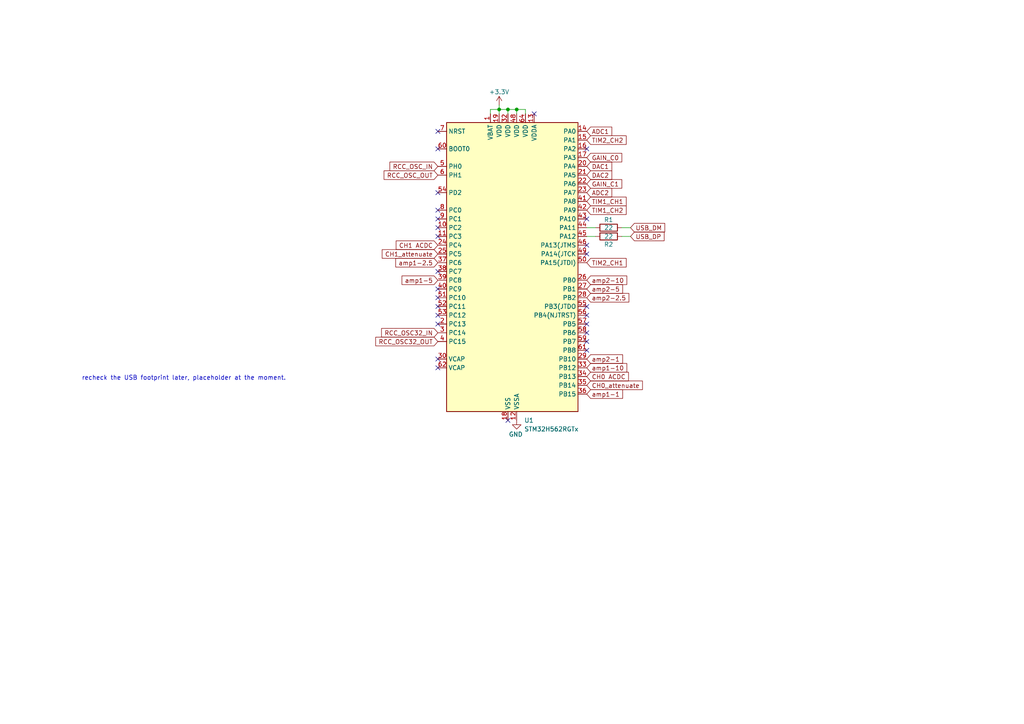
<source format=kicad_sch>
(kicad_sch (version 20231120) (generator "eeschema") (generator_version "8.0")
  (paper "A4")
  (lib_symbols
    (symbol "Device:R" (pin_numbers hide) (pin_names (offset 0))
      (property "Reference" "R" (at 2.032 0 90))
      (property "Value" "R" (at 0 0 90))
      (symbol "R_0_1"
        (rectangle (start -1.016 -2.54) (end 1.016 2.54) (stroke (width 0.254)))
      )
      (symbol "R_1_1"
        (pin passive line (at 0 3.81 270) (length 1.27) (name "~") (number "1"))
        (pin passive line (at 0 -3.81 90) (length 1.27) (name "~") (number "2"))
      )
    )
    (symbol "MCU_ST_STM32H5:STM32H562RGTx"
      (property "Reference" "U" (at -17.78 44.45 0))
      (property "Value" "STM32H562RGTx" (at 10.16 44.45 0))
      (symbol "STM32H562RGTx_0_1"
        (rectangle (start -17.78 -40.64) (end 20.32 43.18) (stroke (width 0.254)) (fill (type background)))
      )
      (symbol "STM32H562RGTx_1_1"
        (pin power_in line (at -5.08 45.72 270) (length 2.54) (name "VBAT") (number "1"))
        (pin bidirectional line (at -20.32 12.7 0) (length 2.54) (name "PC2") (number "10"))
        (pin bidirectional line (at -20.32 10.16 0) (length 2.54) (name "PC3") (number "11"))
        (pin power_in line (at 2.54 -43.18 90) (length 2.54) (name "VSSA") (number "12"))
        (pin power_in line (at 7.62 45.72 270) (length 2.54) (name "VDDA") (number "13"))
        (pin bidirectional line (at 22.86 40.64 180) (length 2.54) (name "PA0") (number "14"))
        (pin bidirectional line (at 22.86 38.1 180) (length 2.54) (name "PA1") (number "15"))
        (pin bidirectional line (at 22.86 35.56 180) (length 2.54) (name "PA2") (number "16"))
        (pin bidirectional line (at 22.86 33.02 180) (length 2.54) (name "PA3") (number "17"))
        (pin power_in line (at 0 -43.18 90) (length 2.54) (name "VSS") (number "18"))
        (pin power_in line (at -2.54 45.72 270) (length 2.54) (name "VDD") (number "19"))
        (pin bidirectional line (at -20.32 -15.24 0) (length 2.54) (name "PC13") (number "2"))
        (pin bidirectional line (at 22.86 30.48 180) (length 2.54) (name "PA4") (number "20"))
        (pin bidirectional line (at 22.86 27.94 180) (length 2.54) (name "PA5") (number "21"))
        (pin bidirectional line (at 22.86 25.4 180) (length 2.54) (name "PA6") (number "22"))
        (pin bidirectional line (at 22.86 22.86 180) (length 2.54) (name "PA7") (number "23"))
        (pin bidirectional line (at -20.32 7.62 0) (length 2.54) (name "PC4") (number "24"))
        (pin bidirectional line (at -20.32 5.08 0) (length 2.54) (name "PC5") (number "25"))
        (pin bidirectional line (at 22.86 -2.54 180) (length 2.54) (name "PB0") (number "26"))
        (pin bidirectional line (at 22.86 -5.08 180) (length 2.54) (name "PB1") (number "27"))
        (pin bidirectional line (at 22.86 -7.62 180) (length 2.54) (name "PB2") (number "28"))
        (pin bidirectional line (at 22.86 -25.4 180) (length 2.54) (name "PB10") (number "29"))
        (pin bidirectional line (at -20.32 -17.78 0) (length 2.54) (name "PC14") (number "3"))
        (pin power_out line (at -20.32 -25.4 0) (length 2.54) (name "VCAP") (number "30"))
        (pin passive line (at 0 -43.18 90) (length 2.54) hide (name "VSS") (number "31"))
        (pin power_in line (at 0 45.72 270) (length 2.54) (name "VDD") (number "32"))
        (pin bidirectional line (at 22.86 -27.94 180) (length 2.54) (name "PB12") (number "33"))
        (pin bidirectional line (at 22.86 -30.48 180) (length 2.54) (name "PB13") (number "34"))
        (pin bidirectional line (at 22.86 -33.02 180) (length 2.54) (name "PB14") (number "35"))
        (pin bidirectional line (at 22.86 -35.56 180) (length 2.54) (name "PB15") (number "36"))
        (pin bidirectional line (at -20.32 2.54 0) (length 2.54) (name "PC6") (number "37"))
        (pin bidirectional line (at -20.32 0 0) (length 2.54) (name "PC7") (number "38"))
        (pin bidirectional line (at -20.32 -2.54 0) (length 2.54) (name "PC8") (number "39"))
        (pin bidirectional line (at -20.32 -20.32 0) (length 2.54) (name "PC15") (number "4"))
        (pin bidirectional line (at -20.32 -5.08 0) (length 2.54) (name "PC9") (number "40"))
        (pin bidirectional line (at 22.86 20.32 180) (length 2.54) (name "PA8") (number "41"))
        (pin bidirectional line (at 22.86 17.78 180) (length 2.54) (name "PA9") (number "42"))
        (pin bidirectional line (at 22.86 15.24 180) (length 2.54) (name "PA10") (number "43"))
        (pin bidirectional line (at 22.86 12.7 180) (length 2.54) (name "PA11") (number "44"))
        (pin bidirectional line (at 22.86 10.16 180) (length 2.54) (name "PA12") (number "45"))
        (pin bidirectional line (at 22.86 7.62 180) (length 2.54) (name "PA13(JTMS") (number "46"))
        (pin passive line (at 0 -43.18 90) (length 2.54) hide (name "VSS") (number "47"))
        (pin power_in line (at 2.54 45.72 270) (length 2.54) (name "VDD") (number "48"))
        (pin bidirectional line (at 22.86 5.08 180) (length 2.54) (name "PA14(JTCK") (number "49"))
        (pin bidirectional line (at -20.32 30.48 0) (length 2.54) (name "PH0") (number "5"))
        (pin bidirectional line (at 22.86 2.54 180) (length 2.54) (name "PA15(JTDI)") (number "50"))
        (pin bidirectional line (at -20.32 -7.62 0) (length 2.54) (name "PC10") (number "51"))
        (pin bidirectional line (at -20.32 -10.16 0) (length 2.54) (name "PC11") (number "52"))
        (pin bidirectional line (at -20.32 -12.7 0) (length 2.54) (name "PC12") (number "53"))
        (pin bidirectional line (at -20.32 22.86 0) (length 2.54) (name "PD2") (number "54"))
        (pin bidirectional line (at 22.86 -10.16 180) (length 2.54) (name "PB3(JTDO") (number "55"))
        (pin bidirectional line (at 22.86 -12.7 180) (length 2.54) (name "PB4(NJTRST)") (number "56"))
        (pin bidirectional line (at 22.86 -15.24 180) (length 2.54) (name "PB5") (number "57"))
        (pin bidirectional line (at 22.86 -17.78 180) (length 2.54) (name "PB6") (number "58"))
        (pin bidirectional line (at 22.86 -20.32 180) (length 2.54) (name "PB7") (number "59"))
        (pin bidirectional line (at -20.32 27.94 0) (length 2.54) (name "PH1") (number "6"))
        (pin input line (at -20.32 35.56 0) (length 2.54) (name "BOOT0") (number "60"))
        (pin bidirectional line (at 22.86 -22.86 180) (length 2.54) (name "PB8") (number "61"))
        (pin power_out line (at -20.32 -27.94 0) (length 2.54) (name "VCAP") (number "62"))
        (pin passive line (at 0 -43.18 90) (length 2.54) hide (name "VSS") (number "63"))
        (pin power_in line (at 5.08 45.72 270) (length 2.54) (name "VDD") (number "64"))
        (pin input line (at -20.32 40.64 0) (length 2.54) (name "NRST") (number "7"))
        (pin bidirectional line (at -20.32 17.78 0) (length 2.54) (name "PC0") (number "8"))
        (pin bidirectional line (at -20.32 15.24 0) (length 2.54) (name "PC1") (number "9"))
      )
    )
    (symbol "power:+3.3V" (power) (pin_names (offset 0))
      (property "Value" "+3.3V" (at 0 3.556 0))
      (symbol "+3.3V_0_1"
        (polyline (pts (xy -0.762 1.27) (xy 0 2.54)))
        (polyline (pts (xy 0 0) (xy 0 2.54)))
        (polyline (pts (xy 0 2.54) (xy 0.762 1.27)))
      )
      (symbol "+3.3V_1_1"
        (pin power_in line (at 0 0 90) (length 0) hide (name "+3.3V") (number "1"))
      )
    )
    (symbol "power:GND" (power) (pin_names (offset 0))
      (property "Value" "GND" (at 0 -3.81 0))
      (symbol "GND_0_1"
        (polyline (pts (xy 0 0) (xy 0 -1.27) (xy 1.27 -1.27) (xy 0 -2.54) (xy -1.27 -1.27) (xy 0 -1.27)))
      )
      (symbol "GND_1_1"
        (pin power_in line (at 0 0 270) (length 0) hide (name "GND") (number "1"))
      )
    )
  )
  (junction (at 147.32 31.75))
  (junction (at 149.86 31.75))
  (junction (at 144.78 31.75))
  (no_connect (at 127 55.88))
  (no_connect (at 170.18 99.06))
  (no_connect (at 170.18 91.44))
  (no_connect (at 170.18 93.98))
  (no_connect (at 127 88.9))
  (no_connect (at 170.18 71.12))
  (no_connect (at 127 83.82))
  (no_connect (at 127 63.5))
  (no_connect (at 127 66.04))
  (no_connect (at 147.32 121.92))
  (no_connect (at 170.18 63.5))
  (no_connect (at 127 38.1))
  (no_connect (at 127 91.44))
  (no_connect (at 127 78.74))
  (no_connect (at 170.18 73.66))
  (no_connect (at 127 86.36))
  (no_connect (at 154.94 33.02))
  (no_connect (at 170.18 43.18))
  (no_connect (at 170.18 101.6))
  (no_connect (at 127 43.18))
  (no_connect (at 170.18 88.9))
  (no_connect (at 127 93.98))
  (no_connect (at 170.18 96.52))
  (no_connect (at 127 68.58))
  (no_connect (at 127 104.14))
  (no_connect (at 127 106.68))
  (no_connect (at 127 60.96))
  (wire (pts (xy 170.18 66.04) (xy 172.72 66.04)))
  (wire (pts (xy 170.18 68.58) (xy 172.72 68.58)))
  (wire (pts (xy 144.78 30.48) (xy 144.78 31.75)))
  (wire (pts (xy 142.24 31.75) (xy 144.78 31.75)))
  (wire (pts (xy 152.4 31.75) (xy 152.4 33.02)))
  (wire (pts (xy 144.78 31.75) (xy 144.78 33.02)))
  (wire (pts (xy 142.24 33.02) (xy 142.24 31.75)))
  (wire (pts (xy 147.32 31.75) (xy 147.32 33.02)))
  (wire (pts (xy 147.32 31.75) (xy 149.86 31.75)))
  (wire (pts (xy 144.78 31.75) (xy 147.32 31.75)))
  (wire (pts (xy 149.86 31.75) (xy 152.4 31.75)))
  (wire (pts (xy 180.34 66.04) (xy 182.88 66.04)))
  (wire (pts (xy 180.34 68.58) (xy 182.88 68.58)))
  (wire (pts (xy 149.86 31.75) (xy 149.86 33.02)))
  (text "recheck the USB footprint later, placeholder at the moment." (at 53.34 109.728 0) (effects (font (size 1.27 1.27))))
  (global_label "CH0 ACDC" (shape input) (at 170.18 109.22 0) (property "Intersheetrefs" "${INTERSHEET_REFS}" (effects (hide yes))))
  (global_label "amp2-10" (shape input) (at 170.18 81.28 0) (property "Intersheetrefs" "${INTERSHEET_REFS}" (effects (hide yes))))
  (global_label "USB_DM" (shape input) (at 182.88 66.04 0) (property "Intersheetrefs" "${INTERSHEET_REFS}" (effects (hide yes))))
  (global_label "CH0_attenuate" (shape input) (at 170.18 111.76 0) (property "Intersheetrefs" "${INTERSHEET_REFS}" (effects (hide yes))))
  (global_label "RCC_OSC_OUT" (shape input) (at 127 50.8 180) (property "Intersheetrefs" "${INTERSHEET_REFS}" (effects (hide yes))))
  (global_label "CH1_attenuate" (shape input) (at 127 73.66 180) (property "Intersheetrefs" "${INTERSHEET_REFS}" (effects (hide yes))))
  (global_label "amp1-5" (shape input) (at 127 81.28 180) (property "Intersheetrefs" "${INTERSHEET_REFS}" (effects (hide yes))))
  (global_label "amp2-1" (shape input) (at 170.18 104.14 0) (property "Intersheetrefs" "${INTERSHEET_REFS}" (effects (hide yes))))
  (global_label "GAIN_C0" (shape input) (at 170.18 45.72 0) (property "Intersheetrefs" "${INTERSHEET_REFS}" (effects (hide yes))))
  (global_label "DAC2" (shape input) (at 170.18 50.8 0) (property "Intersheetrefs" "${INTERSHEET_REFS}" (effects (hide yes))))
  (global_label "RCC_OSC32_OUT" (shape input) (at 127 99.06 180) (property "Intersheetrefs" "${INTERSHEET_REFS}" (effects (hide yes))))
  (global_label "TIM2_CH1" (shape input) (at 170.18 76.2 0) (property "Intersheetrefs" "${INTERSHEET_REFS}" (effects (hide yes))))
  (global_label "ADC1" (shape input) (at 170.18 38.1 0) (property "Intersheetrefs" "${INTERSHEET_REFS}" (effects (hide yes))))
  (global_label "amp1-1" (shape input) (at 170.18 114.3 0) (property "Intersheetrefs" "${INTERSHEET_REFS}" (effects (hide yes))))
  (global_label "TIM1_CH1" (shape input) (at 170.18 58.42 0) (property "Intersheetrefs" "${INTERSHEET_REFS}" (effects (hide yes))))
  (global_label "RCC_OSC32_IN" (shape input) (at 127 96.52 180) (property "Intersheetrefs" "${INTERSHEET_REFS}" (effects (hide yes))))
  (global_label "GAIN_C1" (shape input) (at 170.18 53.34 0) (property "Intersheetrefs" "${INTERSHEET_REFS}" (effects (hide yes))))
  (global_label "TIM1_CH2" (shape input) (at 170.18 60.96 0) (property "Intersheetrefs" "${INTERSHEET_REFS}" (effects (hide yes))))
  (global_label "amp2-2.5" (shape input) (at 170.18 86.36 0) (property "Intersheetrefs" "${INTERSHEET_REFS}" (effects (hide yes))))
  (global_label "TIM2_CH2" (shape input) (at 170.18 40.64 0) (property "Intersheetrefs" "${INTERSHEET_REFS}" (effects (hide yes))))
  (global_label "RCC_OSC_IN" (shape input) (at 127 48.26 180) (property "Intersheetrefs" "${INTERSHEET_REFS}" (effects (hide yes))))
  (global_label "amp1-2.5" (shape input) (at 127 76.2 180) (property "Intersheetrefs" "${INTERSHEET_REFS}" (effects (hide yes))))
  (global_label "USB_DP" (shape input) (at 182.88 68.58 0) (property "Intersheetrefs" "${INTERSHEET_REFS}" (effects (hide yes))))
  (global_label "DAC1" (shape input) (at 170.18 48.26 0) (property "Intersheetrefs" "${INTERSHEET_REFS}" (effects (hide yes))))
  (global_label "CH1 ACDC" (shape input) (at 127 71.12 180) (property "Intersheetrefs" "${INTERSHEET_REFS}" (effects (hide yes))))
  (global_label "amp1-10" (shape input) (at 170.18 106.68 0) (property "Intersheetrefs" "${INTERSHEET_REFS}" (effects (hide yes))))
  (global_label "ADC2" (shape input) (at 170.18 55.88 0) (property "Intersheetrefs" "${INTERSHEET_REFS}" (effects (hide yes))))
  (global_label "amp2-5" (shape input) (at 170.18 83.82 0) (property "Intersheetrefs" "${INTERSHEET_REFS}" (effects (hide yes))))
  (symbol (lib_id "MCU_ST_STM32H5:STM32H562RGTx") (at 147.32 78.74 0) (unit 1)
    (property "Reference" "U1" (at 152.0541 121.92 0) (effects (justify left)))
    (property "Value" "STM32H562RGTx" (at 152.0541 124.46 0) (effects (justify left)))
    (property "Footprint" "Package_QFP:LQFP-64_10x10mm_P0.5mm" (effects (hide yes)))
    (property "Datasheet" "https://www.st.com/resource/en/datasheet/stm32h562rg.pdf" (effects (hide yes)))
    (property "Description" "STMicroelectronics Arm Cortex-M33 MCU, 1024KB flash, 640KB RAM, 49 GPIO, LQFP64" (effects (hide yes)))
  )
  (symbol (lib_id "Device:R") (at 176.53 66.04 90) (unit 1)
    (property "Reference" "R1" (at 176.53 63.754 90))
    (property "Value" "22" (at 176.53 66.04 90))
    (property "Footprint" "Resistor_SMD:R_0603_1608Metric_Pad0.98x0.95mm_HandSolder" (effects (hide yes)))
  )
  (symbol (lib_id "power:GND") (at 149.86 121.92 0) (unit 1)
    (property "Reference" "#PWR05" (effects (hide yes)))
    (property "Value" "GND" (at 151.638 125.984 0) (effects (justify right)))
  )
  (symbol (lib_id "Device:R") (at 176.53 68.58 90) (unit 1)
    (property "Reference" "R2" (at 176.53 70.866 90))
    (property "Value" "22" (at 176.53 68.58 90))
    (property "Footprint" "Resistor_SMD:R_0603_1608Metric_Pad0.98x0.95mm_HandSolder" (effects (hide yes)))
  )
  (symbol (lib_id "power:+3.3V") (at 144.78 30.48 0) (mirror y) (unit 1)
    (property "Reference" "#PWR04" (effects (hide yes)))
    (property "Value" "+3.3V" (at 144.78 26.67 0))
  )
)
</source>
